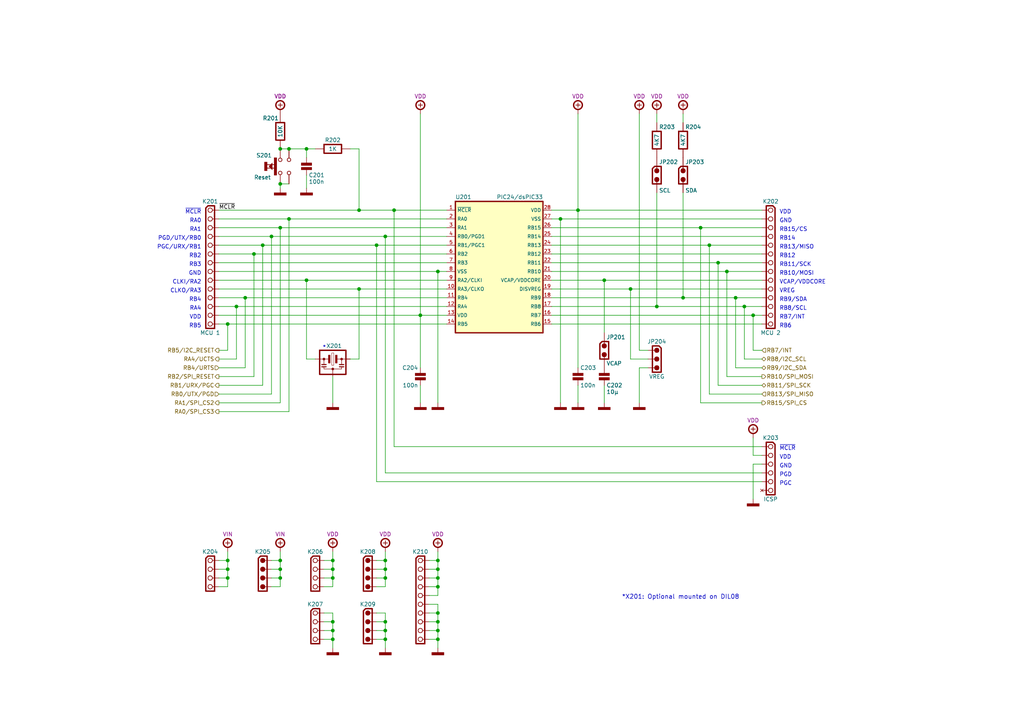
<source format=kicad_sch>
(kicad_sch (version 20230121) (generator eeschema)
  (paper "A4")
  (title_block (title "MCU") (date "01/2022") (rev "A") (comment 1 "PIC16-Bit Trainer"))
  (lib_symbols
    (symbol "tronixio:CK-KSA" (pin_numbers hide) (pin_names (offset 0) hide)
      (property "Reference" "S" (at 0 8.89 0))
      (property "Value" "CK-KSA" (at 0 6.35 0))
      (symbol "CK-KSA_0_1"
        (rectangle (start -2.54 1.778) (end 2.54 1.016) (stroke (width 0.001)) (fill (type outline)))
        (circle (center -1.905 -2.54) (radius 0.508) (stroke (width 0.2)))
        (circle (center -1.905 0) (radius 0.508) (stroke (width 0.2)))
        (rectangle (start -1.27 4.572) (end 1.27 3.81) (stroke (width 0.001)) (fill (type outline)))
        (polyline (pts (xy -0.508 1.778) (xy -0.508 3.81)) (stroke (width 0.2)))
        (polyline (pts (xy 0.508 1.778) (xy 0.508 3.81)) (stroke (width 0.2)))
        (polyline (pts (xy -1.016 2.286) (xy 1.016 2.286) (xy 0 3.302) (xy -1.016 2.286)) (stroke (width 0.001)) (fill (type outline)))
        (circle (center 1.905 -2.54) (radius 0.508) (stroke (width 0.2)))
        (circle (center 1.905 0) (radius 0.508) (stroke (width 0.2)))
        (pin passive line (at -5.08 0 0) (length 2.54) (name "1") (number "1"))
        (pin passive line (at -5.08 -2.54 0) (length 2.54) (name "2") (number "2"))
        (pin passive line (at 5.08 0 180) (length 2.54) (name "3") (number "3"))
        (pin passive line (at 5.08 -2.54 180) (length 2.54) (name "4") (number "4"))
      )
    )
    (symbol "tronixio:HARWIN-254-F-1X04-VERTICAL" (pin_numbers hide) (pin_names (offset 0) hide)
      (property "Reference" "K" (at 0 2.54 0))
      (property "Value" "HARWIN-254-F-1X04-VERTICAL" (at 0 -10.16 0))
      (symbol "HARWIN-254-F-1X04-VERTICAL_0_1"
        (circle (center 0 -7.62) (radius 0.635) (stroke (width 0.2)))
        (circle (center 0 -5.08) (radius 0.635) (stroke (width 0.2)))
        (circle (center 0 -2.54) (radius 0.635) (stroke (width 0.2)))
        (polyline (pts (xy -1.27 -8.89) (xy 1.27 -8.89) (xy 1.27 0.635) (xy 0.635 1.27) (xy -1.27 1.27) (xy -1.27 -8.89)) (stroke (width 0.4)))
        (circle (center 0 0) (radius 0.635) (stroke (width 0.2)))
      )
      (symbol "HARWIN-254-F-1X04-VERTICAL_1_1"
        (pin passive line (at -2.54 0 0) (length 1.905) (name "1") (number "1"))
        (pin passive line (at -2.54 -2.54 0) (length 1.905) (name "2") (number "2"))
        (pin passive line (at -2.54 -5.08 0) (length 1.905) (name "3") (number "3"))
        (pin passive line (at -2.54 -7.62 0) (length 1.905) (name "4") (number "4"))
      )
    )
    (symbol "tronixio:HARWIN-254-F-1X10-VERTICAL" (pin_numbers hide) (pin_names (offset 0) hide)
      (property "Reference" "K" (at 0 2.54 0))
      (property "Value" "HARWIN-254-F-1X10-VERTICAL" (at 0 -25.4 0))
      (symbol "HARWIN-254-F-1X10-VERTICAL_0_1"
        (circle (center 0 -22.86) (radius 0.635) (stroke (width 0.2)))
        (circle (center 0 -20.32) (radius 0.635) (stroke (width 0.2)))
        (circle (center 0 -17.78) (radius 0.635) (stroke (width 0.2)))
        (circle (center 0 -15.24) (radius 0.635) (stroke (width 0.2)))
        (circle (center 0 -12.7) (radius 0.635) (stroke (width 0.2)))
        (circle (center 0 -10.16) (radius 0.635) (stroke (width 0.2)))
        (circle (center 0 -7.62) (radius 0.635) (stroke (width 0.2)))
        (circle (center 0 -5.08) (radius 0.635) (stroke (width 0.2)))
        (circle (center 0 -2.54) (radius 0.635) (stroke (width 0.2)))
        (polyline (pts (xy -1.27 -24.13) (xy 1.27 -24.13) (xy 1.27 0.635) (xy 0.635 1.27) (xy -1.27 1.27) (xy -1.27 -24.13)) (stroke (width 0.4)))
        (circle (center 0 0) (radius 0.635) (stroke (width 0.2)))
      )
      (symbol "HARWIN-254-F-1X10-VERTICAL_1_1"
        (pin passive line (at -2.54 0 0) (length 1.905) (name "Pin_1") (number "1"))
        (pin passive line (at -2.54 -22.86 0) (length 1.905) (name "Pin_10") (number "10"))
        (pin passive line (at -2.54 -2.54 0) (length 1.905) (name "Pin_2") (number "2"))
        (pin passive line (at -2.54 -5.08 0) (length 1.905) (name "Pin_3") (number "3"))
        (pin passive line (at -2.54 -7.62 0) (length 1.905) (name "Pin_4") (number "4"))
        (pin passive line (at -2.54 -10.16 0) (length 1.905) (name "Pin_5") (number "5"))
        (pin passive line (at -2.54 -12.7 0) (length 1.905) (name "Pin_6") (number "6"))
        (pin passive line (at -2.54 -15.24 0) (length 1.905) (name "Pin_7") (number "7"))
        (pin passive line (at -2.54 -17.78 0) (length 1.905) (name "Pin_8") (number "8"))
        (pin passive line (at -2.54 -20.32 0) (length 1.905) (name "Pin_9") (number "9"))
      )
    )
    (symbol "tronixio:HARWIN-254-F-1X14-VERTICAL" (pin_numbers hide) (pin_names (offset 0) hide)
      (property "Reference" "K" (at 0 2.54 0))
      (property "Value" "HARWIN-254-F-1X14-VERTICAL" (at 0 -35.56 0))
      (symbol "HARWIN-254-F-1X14-VERTICAL_0_1"
        (circle (center 0 -33.02) (radius 0.635) (stroke (width 0.2)))
        (circle (center 0 -30.48) (radius 0.635) (stroke (width 0.2)))
        (circle (center 0 -27.94) (radius 0.635) (stroke (width 0.2)))
        (circle (center 0 -25.4) (radius 0.635) (stroke (width 0.2)))
        (circle (center 0 -22.86) (radius 0.635) (stroke (width 0.2)))
        (circle (center 0 -20.32) (radius 0.635) (stroke (width 0.2)))
        (circle (center 0 -17.78) (radius 0.635) (stroke (width 0.2)))
        (circle (center 0 -15.24) (radius 0.635) (stroke (width 0.2)))
        (circle (center 0 -12.7) (radius 0.635) (stroke (width 0.2)))
        (circle (center 0 -10.16) (radius 0.635) (stroke (width 0.2)))
        (circle (center 0 -7.62) (radius 0.635) (stroke (width 0.2)))
        (circle (center 0 -5.08) (radius 0.635) (stroke (width 0.2)))
        (circle (center 0 -2.54) (radius 0.635) (stroke (width 0.2)))
        (polyline (pts (xy -1.27 -34.29) (xy 1.27 -34.29) (xy 1.27 0.635) (xy 0.635 1.27) (xy -1.27 1.27) (xy -1.27 -34.29)) (stroke (width 0.4)))
        (circle (center 0 0) (radius 0.635) (stroke (width 0.2)))
      )
      (symbol "HARWIN-254-F-1X14-VERTICAL_1_1"
        (pin passive line (at -2.54 0 0) (length 1.905) (name "Pin_1") (number "1"))
        (pin passive line (at -2.54 -22.86 0) (length 1.905) (name "Pin_10") (number "10"))
        (pin passive line (at -2.54 -25.4 0) (length 1.905) (name "Pin_11") (number "11"))
        (pin passive line (at -2.54 -27.94 0) (length 1.905) (name "Pin_12") (number "12"))
        (pin passive line (at -2.54 -30.48 0) (length 1.905) (name "Pin_13") (number "13"))
        (pin passive line (at -2.54 -33.02 0) (length 1.905) (name "Pin_14") (number "14"))
        (pin passive line (at -2.54 -2.54 0) (length 1.905) (name "Pin_2") (number "2"))
        (pin passive line (at -2.54 -5.08 0) (length 1.905) (name "Pin_3") (number "3"))
        (pin passive line (at -2.54 -7.62 0) (length 1.905) (name "Pin_4") (number "4"))
        (pin passive line (at -2.54 -10.16 0) (length 1.905) (name "Pin_5") (number "5"))
        (pin passive line (at -2.54 -12.7 0) (length 1.905) (name "Pin_6") (number "6"))
        (pin passive line (at -2.54 -15.24 0) (length 1.905) (name "Pin_7") (number "7"))
        (pin passive line (at -2.54 -17.78 0) (length 1.905) (name "Pin_8") (number "8"))
        (pin passive line (at -2.54 -20.32 0) (length 1.905) (name "Pin_9") (number "9"))
      )
    )
    (symbol "tronixio:HARWIN-254-M-1X02-JUMPER-HORIZONTAL" (pin_numbers hide) (pin_names (offset 0) hide)
      (property "Reference" "JP" (at 2.54 0 0))
      (property "Value" "HARWIN-254-M-1X02-JUMPER-HORIZONTAL" (at 2.54 -2.54 0))
      (symbol "HARWIN-254-M-1X02-JUMPER-HORIZONTAL_0_1"
        (circle (center 0 -1.27) (radius 0.635) (stroke (width 0.2)) (fill (type outline)))
        (polyline (pts (xy -1.27 -2.54) (xy 1.27 -2.54) (xy 1.27 1.905) (xy 0.635 2.54) (xy -1.27 2.54) (xy -1.27 -2.54)) (stroke (width 0.4)))
        (circle (center 0 1.27) (radius 0.635) (stroke (width 0.2)) (fill (type outline)))
      )
      (symbol "HARWIN-254-M-1X02-JUMPER-HORIZONTAL_1_1"
        (pin passive line (at 0 5.08 270) (length 3.175) (name "~") (number "1"))
        (pin passive line (at 0 -5.08 90) (length 3.175) (name "~") (number "2"))
      )
    )
    (symbol "tronixio:HARWIN-254-M-1X02-JUMPER-VERTICAL" (pin_numbers hide) (pin_names (offset 0) hide)
      (property "Reference" "JP" (at 2.54 0 0))
      (property "Value" "HARWIN-254-M-1X02-JUMPER-VERTICAL" (at 2.54 -2.54 0))
      (symbol "HARWIN-254-M-1X02-JUMPER-VERTICAL_0_1"
        (circle (center 0 -1.27) (radius 0.635) (stroke (width 0.2)) (fill (type outline)))
        (polyline (pts (xy -1.27 -2.54) (xy 1.27 -2.54) (xy 1.27 1.905) (xy 0.635 2.54) (xy -1.27 2.54) (xy -1.27 -2.54)) (stroke (width 0.4)))
        (circle (center 0 1.27) (radius 0.635) (stroke (width 0.2)) (fill (type outline)))
      )
      (symbol "HARWIN-254-M-1X02-JUMPER-VERTICAL_1_1"
        (pin passive line (at 0 5.08 270) (length 3.175) (name "~") (number "1"))
        (pin passive line (at 0 -5.08 90) (length 3.175) (name "~") (number "2"))
      )
    )
    (symbol "tronixio:HARWIN-254-M-1X03-RIGHT-ANGLE" (pin_numbers hide) (pin_names (offset 0) hide)
      (property "Reference" "K" (at 0 2.54 0))
      (property "Value" "HARWIN-254-M-1X03-RIGHT-ANGLE" (at 0 -7.62 0))
      (symbol "HARWIN-254-M-1X03-RIGHT-ANGLE_0_1"
        (circle (center 0 -5.08) (radius 0.635) (stroke (width 0.2)) (fill (type outline)))
        (circle (center 0 -2.54) (radius 0.635) (stroke (width 0.2)) (fill (type outline)))
        (polyline (pts (xy -1.27 -6.35) (xy 1.27 -6.35) (xy 1.27 0.635) (xy 0.635 1.27) (xy -1.27 1.27) (xy -1.27 -6.35)) (stroke (width 0.4)))
        (circle (center 0 0) (radius 0.635) (stroke (width 0.2)) (fill (type outline)))
      )
      (symbol "HARWIN-254-M-1X03-RIGHT-ANGLE_1_1"
        (pin passive line (at -2.54 0 0) (length 1.905) (name "1") (number "1"))
        (pin passive line (at -2.54 -2.54 0) (length 1.905) (name "2") (number "2"))
        (pin passive line (at -2.54 -5.08 0) (length 1.905) (name "3") (number "3"))
      )
    )
    (symbol "tronixio:HARWIN-254-M-1X04-VERTICAL" (pin_numbers hide) (pin_names (offset 0) hide)
      (property "Reference" "K" (at 0 2.54 0))
      (property "Value" "HARWIN-254-M-1X04-VERTICAL" (at 0 -10.16 0))
      (symbol "HARWIN-254-M-1X04-VERTICAL_0_1"
        (circle (center 0 -7.62) (radius 0.635) (stroke (width 0.2)) (fill (type outline)))
        (circle (center 0 -5.08) (radius 0.635) (stroke (width 0.2)) (fill (type outline)))
        (circle (center 0 -2.54) (radius 0.635) (stroke (width 0.2)) (fill (type outline)))
        (polyline (pts (xy -1.27 -8.89) (xy 1.27 -8.89) (xy 1.27 0.635) (xy 0.635 1.27) (xy -1.27 1.27) (xy -1.27 -8.89)) (stroke (width 0.4)))
        (circle (center 0 0) (radius 0.635) (stroke (width 0.2)) (fill (type outline)))
      )
      (symbol "HARWIN-254-M-1X04-VERTICAL_1_1"
        (pin passive line (at -2.54 0 0) (length 1.905) (name "1") (number "1"))
        (pin passive line (at -2.54 -2.54 0) (length 1.905) (name "2") (number "2"))
        (pin passive line (at -2.54 -5.08 0) (length 1.905) (name "3") (number "3"))
        (pin passive line (at -2.54 -7.62 0) (length 1.905) (name "4") (number "4"))
      )
    )
    (symbol "tronixio:KEMET-C315-0254-100N-50V-20P" (pin_numbers hide) (pin_names (offset 0) hide)
      (property "Reference" "C" (at 1.27 2.54 0))
      (property "Value" "KEMET-C315-0254-100N-50V-20P" (at 1.27 -2.54 0))
      (symbol "KEMET-C315-0254-100N-50V-20P_0_1"
        (rectangle (start -1.524 -0.254) (end 1.524 -1.016) (stroke (width 0.001)) (fill (type outline)))
        (rectangle (start -1.524 1.016) (end 1.524 0.254) (stroke (width 0.001)) (fill (type outline)))
      )
      (symbol "KEMET-C315-0254-100N-50V-20P_1_1"
        (pin passive line (at 0 2.54 270) (length 1.905) (name "~") (number "1"))
        (pin passive line (at 0 -2.54 90) (length 1.905) (name "~") (number "2"))
      )
    )
    (symbol "tronixio:KEMET-C322-0508-10U-25V-10P" (pin_numbers hide) (pin_names (offset 0) hide)
      (property "Reference" "C" (at 1.27 2.54 0))
      (property "Value" "KEMET-C322-0508-10U-25V-10P" (at 1.27 -2.54 0))
      (symbol "KEMET-C322-0508-10U-25V-10P_0_1"
        (rectangle (start -1.524 -0.254) (end 1.524 -1.016) (stroke (width 0.001)) (fill (type outline)))
        (rectangle (start -1.524 1.016) (end 1.524 0.254) (stroke (width 0.001)) (fill (type outline)))
      )
      (symbol "KEMET-C322-0508-10U-25V-10P_1_1"
        (pin passive line (at 0 2.54 270) (length 1.905) (name "~") (number "1"))
        (pin passive line (at 0 -2.54 90) (length 1.905) (name "~") (number "2"))
      )
    )
    (symbol "tronixio:MICROCHIP-ICSP-F-1X06" (pin_numbers hide) (pin_names (offset 0) hide)
      (property "Reference" "K" (at 0 2.54 0))
      (property "Value" "ICSP" (at 0 -15.24 0))
      (symbol "MICROCHIP-ICSP-F-1X06_0_1"
        (circle (center 0 -12.7) (radius 0.635) (stroke (width 0.2)))
        (circle (center 0 -10.16) (radius 0.635) (stroke (width 0.2)))
        (circle (center 0 -7.62) (radius 0.635) (stroke (width 0.2)))
        (circle (center 0 -5.08) (radius 0.635) (stroke (width 0.2)))
        (circle (center 0 -2.54) (radius 0.635) (stroke (width 0.2)))
        (polyline (pts (xy -1.27 -13.97) (xy 1.27 -13.97) (xy 1.27 0.635) (xy 0.635 1.27) (xy -1.27 1.27) (xy -1.27 -13.97)) (stroke (width 0.4)))
        (circle (center 0 0) (radius 0.635) (stroke (width 0.2)))
      )
      (symbol "MICROCHIP-ICSP-F-1X06_1_1"
        (pin no_connect line (at -2.54 -12.7 0) (length 1.905) (name "1") (number "1"))
        (pin passive line (at -2.54 -10.16 0) (length 1.905) (name "2") (number "2"))
        (pin passive line (at -2.54 -7.62 0) (length 1.905) (name "3") (number "3"))
        (pin passive line (at -2.54 -5.08 0) (length 1.905) (name "4") (number "4"))
        (pin passive line (at -2.54 -2.54 0) (length 1.905) (name "5") (number "5"))
        (pin passive line (at -2.54 0 0) (length 1.905) (name "6") (number "6"))
      )
    )
    (symbol "tronixio:POWER-GND" (power) (pin_numbers hide) (pin_names (offset 0) hide)
      (symbol "POWER-GND_0_1"
        (rectangle (start -1.778 -2.032) (end 1.778 -1.27) (stroke (width 0.001)) (fill (type outline)))
      )
      (symbol "POWER-GND_1_1"
        (pin power_in line (at 0 0 270) (length 1.27) (name "GND") (number "1"))
      )
    )
    (symbol "tronixio:POWER-VDD" (power) (pin_numbers hide) (pin_names (offset 0) hide)
      (property "Name" "VDD" (at 0 5.08 0))
      (symbol "POWER-VDD_0_1"
        (polyline (pts (xy -0.635 2.54) (xy 0.635 2.54)) (stroke (width 0.2)))
        (polyline (pts (xy 0 1.905) (xy 0 3.175)) (stroke (width 0.2)))
        (circle (center 0 2.54) (radius 1.27) (stroke (width 0.4)))
      )
      (symbol "POWER-VDD_1_1"
        (pin power_in line (at 0 0 90) (length 1.27) (name "VDD") (number "1"))
      )
    )
    (symbol "tronixio:POWER-VIN" (power) (pin_numbers hide) (pin_names (offset 0) hide)
      (property "Name" "VIN" (at 0 5.08 0))
      (symbol "POWER-VIN_0_1"
        (polyline (pts (xy -0.635 2.54) (xy 0.635 2.54)) (stroke (width 0.2)))
        (polyline (pts (xy 0 1.905) (xy 0 3.175)) (stroke (width 0.2)))
        (circle (center 0 2.54) (radius 1.27) (stroke (width 0.4)))
      )
      (symbol "POWER-VIN_1_1"
        (pin power_in line (at 0 0 90) (length 1.27) (name "VIN") (number "1"))
      )
    )
    (symbol "tronixio:RESISTOR-1016TH-10K" (pin_numbers hide) (pin_names (offset 0) hide)
      (property "Reference" "R" (at 2.54 1.27 0))
      (property "Value" "RESISTOR-1016TH-10K" (at 2.54 -1.27 0))
      (symbol "RESISTOR-1016TH-10K_0_1"
        (rectangle (start -1.27 -2.54) (end 1.27 2.54) (stroke (width 0.4)))
      )
      (symbol "RESISTOR-1016TH-10K_1_1"
        (pin passive line (at 0 5.08 270) (length 2.54) (name "~") (number "1"))
        (pin passive line (at 0 -5.08 90) (length 2.54) (name "~") (number "2"))
      )
    )
    (symbol "tronixio:RESISTOR-1016TH-1K" (pin_numbers hide) (pin_names (offset 0) hide)
      (property "Reference" "R" (at 2.54 1.27 0))
      (property "Value" "1K" (at 0 0 90))
      (symbol "RESISTOR-1016TH-1K_0_1"
        (rectangle (start -1.27 -2.54) (end 1.27 2.54) (stroke (width 0.4)))
      )
      (symbol "RESISTOR-1016TH-1K_1_1"
        (pin passive line (at 0 5.08 270) (length 2.54) (name "~") (number "1"))
        (pin passive line (at 0 -5.08 90) (length 2.54) (name "~") (number "2"))
      )
    )
    (symbol "tronixio:RESISTOR-1016TH-4K7" (pin_numbers hide) (pin_names (offset 0) hide)
      (property "Reference" "R" (at 2.54 1.27 0))
      (property "Value" "RESISTOR-1016TH-4K7" (at 2.54 -1.27 0))
      (symbol "RESISTOR-1016TH-4K7_0_1"
        (rectangle (start -1.27 -2.54) (end 1.27 2.54) (stroke (width 0.4)))
      )
      (symbol "RESISTOR-1016TH-4K7_1_1"
        (pin passive line (at 0 5.08 270) (length 2.54) (name "~") (number "1"))
        (pin passive line (at 0 -5.08 90) (length 2.54) (name "~") (number "2"))
      )
    )
    (symbol "tronixio:SYMBOL-PIC16BIT-SPDIP-28" (pin_names (offset 0.5))
      (property "Reference" "U" (at 15.24 3.81 0))
      (property "Value" "SYMBOL-PIC16BIT-SPDIP-28" (at 15.24 -36.83 0))
      (symbol "SYMBOL-PIC16BIT-SPDIP-28_0_1"
        (rectangle (start 2.54 -35.56) (end 27.94 2.54) (stroke (width 0.4)) (fill (type background)))
      )
      (symbol "SYMBOL-PIC16BIT-SPDIP-28_1_1"
        (pin input line (at 0 0 0) (length 2.54) (name "~{MCLR}") (number "1"))
        (pin bidirectional line (at 0 -22.86 0) (length 2.54) (name "RA3/CLKO") (number "10"))
        (pin bidirectional line (at 0 -25.4 0) (length 2.54) (name "RB4") (number "11"))
        (pin bidirectional line (at 0 -27.94 0) (length 2.54) (name "RA4") (number "12"))
        (pin power_in line (at 0 -30.48 0) (length 2.54) (name "VDD") (number "13"))
        (pin bidirectional line (at 0 -33.02 0) (length 2.54) (name "RB5") (number "14"))
        (pin bidirectional line (at 30.48 -33.02 180) (length 2.54) (name "RB6") (number "15"))
        (pin bidirectional line (at 30.48 -30.48 180) (length 2.54) (name "RB7") (number "16"))
        (pin bidirectional line (at 30.48 -27.94 180) (length 2.54) (name "RB8") (number "17"))
        (pin bidirectional line (at 30.48 -25.4 180) (length 2.54) (name "RB9") (number "18"))
        (pin passive line (at 30.48 -22.86 180) (length 2.54) (name "DISVREG") (number "19"))
        (pin bidirectional line (at 0 -2.54 0) (length 2.54) (name "RA0") (number "2"))
        (pin passive line (at 30.48 -20.32 180) (length 2.54) (name "VCAP/VDDCORE") (number "20"))
        (pin bidirectional line (at 30.48 -17.78 180) (length 2.54) (name "RB10") (number "21"))
        (pin bidirectional line (at 30.48 -15.24 180) (length 2.54) (name "RB11") (number "22"))
        (pin bidirectional line (at 30.48 -12.7 180) (length 2.54) (name "RB12") (number "23"))
        (pin bidirectional line (at 30.48 -10.16 180) (length 2.54) (name "RB13") (number "24"))
        (pin bidirectional line (at 30.48 -7.62 180) (length 2.54) (name "RB14") (number "25"))
        (pin bidirectional line (at 30.48 -5.08 180) (length 2.54) (name "RB15") (number "26"))
        (pin power_in line (at 30.48 -2.54 180) (length 2.54) (name "VSS") (number "27"))
        (pin power_in line (at 30.48 0 180) (length 2.54) (name "VDD") (number "28"))
        (pin bidirectional line (at 0 -5.08 0) (length 2.54) (name "RA1") (number "3"))
        (pin bidirectional line (at 0 -7.62 0) (length 2.54) (name "RB0/PGD1") (number "4"))
        (pin bidirectional line (at 0 -10.16 0) (length 2.54) (name "RB1/PGC1") (number "5"))
        (pin bidirectional line (at 0 -12.7 0) (length 2.54) (name "RB2") (number "6"))
        (pin bidirectional line (at 0 -15.24 0) (length 2.54) (name "RB3") (number "7"))
        (pin power_in line (at 0 -17.78 0) (length 2.54) (name "VSS") (number "8"))
        (pin bidirectional line (at 0 -20.32 0) (length 2.54) (name "RA2/CLKI") (number "9"))
      )
    )
    (symbol "tronixio:XTAL-DIL08" (pin_numbers hide) (pin_names (offset 0) hide)
      (property "Reference" "X" (at 0 6.35 0))
      (property "Value" "XTAL-DIL08" (at 0 3.81 0))
      (symbol "XTAL-DIL08_0_1"
        (rectangle (start -3.81 2.54) (end 3.81 -4.445) (stroke (width 0.4)))
        (circle (center -2.56 0) (radius 0.32) (stroke (width 0.1)) (fill (type outline)))
        (rectangle (start -1.27 1.1684) (end -0.762 -1.1684) (stroke (width 0.1)) (fill (type outline)))
        (rectangle (start -0.3048 1.778) (end 0.3048 -1.778) (stroke (width 0.1)))
        (circle (center 0 -2.88) (radius 0.32) (stroke (width 0.1)) (fill (type outline)))
        (polyline (pts (xy -3.84 0) (xy -1.28 0)) (stroke (width 0.1524)))
        (polyline (pts (xy -3.2 -2.24) (xy -1.92 -2.24)) (stroke (width 0.3)))
        (polyline (pts (xy -3.2 -1.6) (xy -1.92 -1.6)) (stroke (width 0.3)))
        (polyline (pts (xy -2.56 -1.6) (xy -2.56 0)) (stroke (width 0.1524)))
        (polyline (pts (xy 0 -3.84) (xy 0 -2.88)) (stroke (width 0.1524)))
        (polyline (pts (xy 1.28 0) (xy 3.84 0)) (stroke (width 0.1524)))
        (polyline (pts (xy 1.92 -2.24) (xy 3.19 -2.24)) (stroke (width 0.3)))
        (polyline (pts (xy 1.92 -1.6) (xy 3.19 -1.6)) (stroke (width 0.3)))
        (polyline (pts (xy 2.56 -1.6) (xy 2.56 0)) (stroke (width 0.1524)))
        (polyline (pts (xy -2.56 -2.24) (xy -2.56 -2.88) (xy 2.56 -2.88) (xy 2.56 -2.24)) (stroke (width 0.1524)))
        (rectangle (start 0.762 1.1684) (end 1.27 -1.1684) (stroke (width 0.1)) (fill (type outline)))
        (circle (center 2.56 0) (radius 0.32) (stroke (width 0.1)) (fill (type outline)))
      )
      (symbol "XTAL-DIL08_1_1"
        (pin passive line (at 0 -5.08 90) (length 1.27) (name "1") (number "1"))
        (pin passive line (at 0 -5.08 90) (length 1.27) hide (name "2") (number "2"))
        (pin passive line (at -5.08 0 0) (length 1.27) (name "3") (number "3"))
        (pin passive line (at -5.08 0 0) (length 1.27) hide (name "4") (number "4"))
        (pin passive line (at 5.08 0 180) (length 1.27) (name "5") (number "5"))
        (pin passive line (at 5.08 0 180) (length 1.27) (name "6") (number "6"))
        (pin passive line (at 0 -5.08 90) (length 1.27) hide (name "7") (number "7"))
        (pin passive line (at 0 -5.08 90) (length 1.27) hide (name "8") (number "8"))
      )
    )
  )
  (junction (at 111.76 182.88))
  (junction (at 175.26 81.28))
  (junction (at 218.44 91.44))
  (junction (at 81.28 43.18))
  (junction (at 71.12 86.36))
  (junction (at 127 185.42))
  (junction (at 167.64 60.96))
  (junction (at 109.22 71.12))
  (junction (at 73.66 73.66))
  (junction (at 127 180.34))
  (junction (at 96.52 165.1))
  (junction (at 127 165.1))
  (junction (at 111.76 68.58))
  (junction (at 162.56 63.5))
  (junction (at 127 167.64))
  (junction (at 111.76 185.42))
  (junction (at 127 170.18))
  (junction (at 96.52 185.42))
  (junction (at 68.58 88.9))
  (junction (at 198.12 86.36))
  (junction (at 83.82 43.18))
  (junction (at 111.76 165.1))
  (junction (at 205.74 71.12))
  (junction (at 182.88 83.82))
  (junction (at 104.14 60.96))
  (junction (at 88.9 81.28))
  (junction (at 81.28 66.04))
  (junction (at 66.04 162.56))
  (junction (at 81.28 53.34))
  (junction (at 215.9 88.9))
  (junction (at 210.82 78.74))
  (junction (at 66.04 167.64))
  (junction (at 76.2 71.12))
  (junction (at 96.52 180.34))
  (junction (at 213.36 86.36))
  (junction (at 127 182.88))
  (junction (at 96.52 162.56))
  (junction (at 81.28 165.1))
  (junction (at 81.28 167.64))
  (junction (at 104.14 83.82))
  (junction (at 96.52 182.88))
  (junction (at 127 162.56))
  (junction (at 66.04 93.98))
  (junction (at 127 78.74))
  (junction (at 83.82 63.5))
  (junction (at 203.2 66.04))
  (junction (at 111.76 180.34))
  (junction (at 111.76 162.56))
  (junction (at 114.3 60.96))
  (junction (at 81.28 162.56))
  (junction (at 208.28 76.2))
  (junction (at 121.92 91.44))
  (junction (at 96.52 167.64))
  (junction (at 66.04 165.1))
  (junction (at 190.5 88.9))
  (junction (at 111.76 167.64))
  (junction (at 78.74 68.58))
  (junction (at 127 177.8))
  (junction (at 88.9 43.18) (diameter 0.9144))
  (wire (pts (xy 124.46 182.88) (xy 127 182.88)))
  (wire (pts (xy 182.88 83.82) (xy 220.98 83.82)))
  (wire (pts (xy 63.5 162.56) (xy 66.04 162.56)))
  (wire (pts (xy 71.12 106.68) (xy 71.12 86.36)))
  (wire (pts (xy 114.3 129.54) (xy 220.98 129.54)))
  (wire (pts (xy 66.04 162.56) (xy 66.04 160.02)))
  (wire (pts (xy 88.9 81.28) (xy 129.54 81.28)))
  (wire (pts (xy 160.02 68.58) (xy 220.98 68.58)))
  (wire (pts (xy 88.9 43.18) (xy 83.82 43.18)))
  (wire (pts (xy 208.28 76.2) (xy 208.28 111.76)))
  (wire (pts (xy 124.46 185.42) (xy 127 185.42)))
  (wire (pts (xy 124.46 170.18) (xy 127 170.18)))
  (wire (pts (xy 124.46 162.56) (xy 127 162.56)))
  (wire (pts (xy 160.02 83.82) (xy 182.88 83.82)))
  (wire (pts (xy 96.52 109.22) (xy 96.52 116.84)))
  (wire (pts (xy 93.98 180.34) (xy 96.52 180.34)))
  (wire (pts (xy 127 78.74) (xy 127 116.84)))
  (wire (pts (xy 93.98 162.56) (xy 96.52 162.56)))
  (wire (pts (xy 127 180.34) (xy 127 182.88)))
  (wire (pts (xy 96.52 167.64) (xy 96.52 165.1)))
  (wire (pts (xy 187.96 101.6) (xy 185.42 101.6)))
  (wire (pts (xy 96.52 180.34) (xy 96.52 182.88)))
  (wire (pts (xy 218.44 101.6) (xy 218.44 91.44)))
  (wire (pts (xy 63.5 170.18) (xy 66.04 170.18)))
  (wire (pts (xy 203.2 116.84) (xy 220.98 116.84)))
  (wire (pts (xy 83.82 63.5) (xy 129.54 63.5)))
  (wire (pts (xy 114.3 60.96) (xy 129.54 60.96)))
  (wire (pts (xy 218.44 91.44) (xy 220.98 91.44)))
  (wire (pts (xy 190.5 88.9) (xy 215.9 88.9)))
  (wire (pts (xy 81.28 167.64) (xy 81.28 165.1)))
  (wire (pts (xy 63.5 116.84) (xy 81.28 116.84)))
  (wire (pts (xy 63.5 106.68) (xy 71.12 106.68)))
  (wire (pts (xy 127 182.88) (xy 127 185.42)))
  (wire (pts (xy 93.98 182.88) (xy 96.52 182.88)))
  (wire (pts (xy 83.82 119.38) (xy 83.82 63.5)))
  (wire (pts (xy 111.76 182.88) (xy 111.76 185.42)))
  (wire (pts (xy 205.74 114.3) (xy 220.98 114.3)))
  (wire (pts (xy 96.52 165.1) (xy 96.52 162.56)))
  (wire (pts (xy 66.04 165.1) (xy 66.04 162.56)))
  (wire (pts (xy 63.5 101.6) (xy 66.04 101.6)))
  (wire (pts (xy 81.28 53.34) (xy 83.82 53.34)))
  (wire (pts (xy 121.92 91.44) (xy 129.54 91.44)))
  (wire (pts (xy 63.5 76.2) (xy 129.54 76.2)))
  (wire (pts (xy 215.9 104.14) (xy 215.9 88.9)))
  (wire (pts (xy 208.28 76.2) (xy 220.98 76.2)))
  (wire (pts (xy 160.02 66.04) (xy 203.2 66.04)))
  (wire (pts (xy 160.02 78.74) (xy 210.82 78.74)))
  (wire (pts (xy 124.46 177.8) (xy 127 177.8)))
  (wire (pts (xy 111.76 185.42) (xy 111.76 187.96)))
  (wire (pts (xy 93.98 167.64) (xy 96.52 167.64)))
  (wire (pts (xy 190.5 55.88) (xy 190.5 88.9)))
  (wire (pts (xy 167.64 60.96) (xy 167.64 106.68)))
  (wire (pts (xy 210.82 109.22) (xy 210.82 78.74)))
  (wire (pts (xy 109.22 71.12) (xy 129.54 71.12)))
  (wire (pts (xy 205.74 114.3) (xy 205.74 71.12)))
  (wire (pts (xy 124.46 167.64) (xy 127 167.64)))
  (wire (pts (xy 127 165.1) (xy 127 162.56)))
  (wire (pts (xy 109.22 180.34) (xy 111.76 180.34)))
  (wire (pts (xy 104.14 60.96) (xy 114.3 60.96)))
  (wire (pts (xy 127 162.56) (xy 127 160.02)))
  (wire (pts (xy 175.26 81.28) (xy 175.26 96.52)))
  (wire (pts (xy 111.76 180.34) (xy 111.76 182.88)))
  (wire (pts (xy 127 177.8) (xy 127 180.34)))
  (wire (pts (xy 111.76 162.56) (xy 111.76 160.02)))
  (wire (pts (xy 124.46 175.26) (xy 127 175.26)))
  (wire (pts (xy 124.46 180.34) (xy 127 180.34)))
  (wire (pts (xy 104.14 83.82) (xy 104.14 104.14)))
  (wire (pts (xy 187.96 106.68) (xy 185.42 106.68)))
  (wire (pts (xy 81.28 43.18) (xy 83.82 43.18)))
  (wire (pts (xy 160.02 63.5) (xy 162.56 63.5)))
  (wire (pts (xy 68.58 88.9) (xy 129.54 88.9)))
  (wire (pts (xy 63.5 119.38) (xy 83.82 119.38)))
  (wire (pts (xy 215.9 88.9) (xy 220.98 88.9)))
  (wire (pts (xy 160.02 88.9) (xy 190.5 88.9)))
  (wire (pts (xy 160.02 71.12) (xy 205.74 71.12)))
  (wire (pts (xy 96.52 170.18) (xy 96.52 167.64)))
  (wire (pts (xy 111.76 170.18) (xy 111.76 167.64)))
  (wire (pts (xy 76.2 71.12) (xy 109.22 71.12)))
  (wire (pts (xy 63.5 109.22) (xy 73.66 109.22)))
  (wire (pts (xy 198.12 55.88) (xy 198.12 86.36)))
  (wire (pts (xy 91.44 104.14) (xy 88.9 104.14)))
  (wire (pts (xy 127 170.18) (xy 127 167.64)))
  (wire (pts (xy 81.28 53.34) (xy 81.28 54.61)))
  (wire (pts (xy 66.04 170.18) (xy 66.04 167.64)))
  (wire (pts (xy 88.9 81.28) (xy 88.9 104.14)))
  (wire (pts (xy 109.22 170.18) (xy 111.76 170.18)))
  (wire (pts (xy 78.74 68.58) (xy 78.74 114.3)))
  (wire (pts (xy 160.02 91.44) (xy 218.44 91.44)))
  (wire (pts (xy 162.56 63.5) (xy 220.98 63.5)))
  (wire (pts (xy 109.22 139.7) (xy 109.22 71.12)))
  (wire (pts (xy 63.5 81.28) (xy 88.9 81.28)))
  (wire (pts (xy 88.9 50.8) (xy 88.9 54.61)))
  (wire (pts (xy 63.5 167.64) (xy 66.04 167.64)))
  (wire (pts (xy 111.76 167.64) (xy 111.76 165.1)))
  (wire (pts (xy 109.22 167.64) (xy 111.76 167.64)))
  (wire (pts (xy 71.12 86.36) (xy 129.54 86.36)))
  (wire (pts (xy 160.02 86.36) (xy 198.12 86.36)))
  (wire (pts (xy 81.28 116.84) (xy 81.28 66.04)))
  (wire (pts (xy 160.02 73.66) (xy 220.98 73.66)))
  (wire (pts (xy 93.98 177.8) (xy 96.52 177.8)))
  (wire (pts (xy 66.04 93.98) (xy 129.54 93.98)))
  (wire (pts (xy 210.82 78.74) (xy 220.98 78.74)))
  (wire (pts (xy 208.28 111.76) (xy 220.98 111.76)))
  (wire (pts (xy 190.5 33.02) (xy 190.5 35.56)))
  (wire (pts (xy 63.5 88.9) (xy 68.58 88.9)))
  (wire (pts (xy 81.28 170.18) (xy 81.28 167.64)))
  (wire (pts (xy 218.44 132.08) (xy 218.44 127)))
  (wire (pts (xy 220.98 132.08) (xy 218.44 132.08)))
  (wire (pts (xy 111.76 137.16) (xy 111.76 68.58)))
  (wire (pts (xy 81.28 162.56) (xy 81.28 160.02)))
  (wire (pts (xy 93.98 185.42) (xy 96.52 185.42)))
  (wire (pts (xy 96.52 177.8) (xy 96.52 180.34)))
  (wire (pts (xy 205.74 71.12) (xy 220.98 71.12)))
  (wire (pts (xy 63.5 93.98) (xy 66.04 93.98)))
  (wire (pts (xy 78.74 165.1) (xy 81.28 165.1)))
  (wire (pts (xy 78.74 68.58) (xy 111.76 68.58)))
  (wire (pts (xy 210.82 109.22) (xy 220.98 109.22)))
  (wire (pts (xy 63.5 68.58) (xy 78.74 68.58)))
  (wire (pts (xy 167.64 60.96) (xy 220.98 60.96)))
  (wire (pts (xy 91.44 43.18) (xy 88.9 43.18)))
  (wire (pts (xy 111.76 165.1) (xy 111.76 162.56)))
  (wire (pts (xy 109.22 165.1) (xy 111.76 165.1)))
  (wire (pts (xy 198.12 33.02) (xy 198.12 35.56)))
  (wire (pts (xy 96.52 182.88) (xy 96.52 185.42)))
  (wire (pts (xy 121.92 33.02) (xy 121.92 91.44)))
  (wire (pts (xy 121.92 91.44) (xy 121.92 106.68)))
  (wire (pts (xy 76.2 71.12) (xy 76.2 111.76)))
  (wire (pts (xy 96.52 162.56) (xy 96.52 160.02)))
  (wire (pts (xy 101.6 104.14) (xy 104.14 104.14)))
  (wire (pts (xy 63.5 66.04) (xy 81.28 66.04)))
  (wire (pts (xy 93.98 165.1) (xy 96.52 165.1)))
  (wire (pts (xy 160.02 76.2) (xy 208.28 76.2)))
  (wire (pts (xy 160.02 60.96) (xy 167.64 60.96)))
  (wire (pts (xy 127 167.64) (xy 127 165.1)))
  (wire (pts (xy 63.5 111.76) (xy 76.2 111.76)))
  (wire (pts (xy 63.5 165.1) (xy 66.04 165.1)))
  (wire (pts (xy 96.52 185.42) (xy 96.52 187.96)))
  (wire (pts (xy 111.76 68.58) (xy 129.54 68.58)))
  (wire (pts (xy 109.22 182.88) (xy 111.76 182.88)))
  (wire (pts (xy 109.22 185.42) (xy 111.76 185.42)))
  (wire (pts (xy 73.66 73.66) (xy 73.66 109.22)))
  (wire (pts (xy 93.98 170.18) (xy 96.52 170.18)))
  (wire (pts (xy 187.96 104.14) (xy 182.88 104.14)))
  (wire (pts (xy 175.26 111.76) (xy 175.26 116.84)))
  (wire (pts (xy 182.88 104.14) (xy 182.88 83.82)))
  (wire (pts (xy 109.22 177.8) (xy 111.76 177.8)))
  (wire (pts (xy 78.74 170.18) (xy 81.28 170.18)))
  (wire (pts (xy 109.22 162.56) (xy 111.76 162.56)))
  (wire (pts (xy 63.5 60.96) (xy 104.14 60.96)))
  (wire (pts (xy 63.5 63.5) (xy 83.82 63.5)))
  (wire (pts (xy 127 172.72) (xy 127 170.18)))
  (wire (pts (xy 109.22 139.7) (xy 220.98 139.7)))
  (wire (pts (xy 198.12 86.36) (xy 213.36 86.36)))
  (wire (pts (xy 185.42 106.68) (xy 185.42 116.84)))
  (wire (pts (xy 160.02 81.28) (xy 175.26 81.28)))
  (wire (pts (xy 66.04 167.64) (xy 66.04 165.1)))
  (wire (pts (xy 63.5 83.82) (xy 104.14 83.82)))
  (wire (pts (xy 63.5 71.12) (xy 76.2 71.12)))
  (wire (pts (xy 63.5 104.14) (xy 68.58 104.14)))
  (wire (pts (xy 63.5 86.36) (xy 71.12 86.36)))
  (wire (pts (xy 66.04 101.6) (xy 66.04 93.98)))
  (wire (pts (xy 121.92 111.76) (xy 121.92 116.84)))
  (wire (pts (xy 124.46 165.1) (xy 127 165.1)))
  (wire (pts (xy 127 185.42) (xy 127 187.96)))
  (wire (pts (xy 63.5 91.44) (xy 121.92 91.44)))
  (wire (pts (xy 213.36 106.68) (xy 213.36 86.36)))
  (wire (pts (xy 111.76 137.16) (xy 220.98 137.16)))
  (wire (pts (xy 63.5 78.74) (xy 127 78.74)))
  (wire (pts (xy 81.28 165.1) (xy 81.28 162.56)))
  (wire (pts (xy 124.46 172.72) (xy 127 172.72)))
  (wire (pts (xy 213.36 106.68) (xy 220.98 106.68)))
  (wire (pts (xy 101.6 43.18) (xy 104.14 43.18)))
  (wire (pts (xy 104.14 43.18) (xy 104.14 60.96)))
  (wire (pts (xy 175.26 81.28) (xy 220.98 81.28)))
  (wire (pts (xy 78.74 162.56) (xy 81.28 162.56)))
  (wire (pts (xy 185.42 33.02) (xy 185.42 101.6)))
  (wire (pts (xy 167.64 111.76) (xy 167.64 116.84)))
  (wire (pts (xy 68.58 104.14) (xy 68.58 88.9)))
  (wire (pts (xy 88.9 43.18) (xy 88.9 45.72)))
  (wire (pts (xy 81.28 66.04) (xy 129.54 66.04)))
  (wire (pts (xy 63.5 114.3) (xy 78.74 114.3)))
  (wire (pts (xy 167.64 33.02) (xy 167.64 60.96)))
  (wire (pts (xy 203.2 66.04) (xy 203.2 116.84)))
  (wire (pts (xy 73.66 73.66) (xy 129.54 73.66)))
  (wire (pts (xy 63.5 73.66) (xy 73.66 73.66)))
  (wire (pts (xy 114.3 60.96) (xy 114.3 129.54)))
  (wire (pts (xy 203.2 66.04) (xy 220.98 66.04)))
  (wire (pts (xy 160.02 93.98) (xy 220.98 93.98)))
  (wire (pts (xy 213.36 86.36) (xy 220.98 86.36)))
  (wire (pts (xy 127 175.26) (xy 127 177.8)))
  (wire (pts (xy 78.74 167.64) (xy 81.28 167.64)))
  (wire (pts (xy 162.56 63.5) (xy 162.56 116.84)))
  (wire (pts (xy 104.14 83.82) (xy 129.54 83.82)))
  (wire (pts (xy 111.76 177.8) (xy 111.76 180.34)))
  (wire (pts (xy 127 78.74) (xy 129.54 78.74)))
  (wire (pts (xy 215.9 104.14) (xy 220.98 104.14)))
  (wire (pts (xy 218.44 101.6) (xy 220.98 101.6)))
  (wire (pts (xy 218.44 134.62) (xy 220.98 134.62)))
  (wire (pts (xy 218.44 144.78) (xy 218.44 134.62)))
  (text "RB8/SCL" (at 226.06 90.17 0) (effects (font (size 1.15 1.15)) (justify left bottom)))
  (text "RB2" (at 58.42 74.93 0) (effects (font (size 1.15 1.15)) (justify right bottom)))
  (text "CLKI/RA2" (at 58.42 82.55 0) (effects (font (size 1.15 1.15)) (justify right bottom)))
  (text "VCAP/VDDCORE" (at 226.06 82.55 0) (effects (font (size 1.15 1.15)) (justify left bottom)))
  (text "PGC" (at 226.06 140.97 0) (effects (font (size 1.15 1.15)) (justify left bottom)))
  (text "PGC/URX/RB1" (at 58.42 72.39 0) (effects (font (size 1.15 1.15)) (justify right bottom)))
  (text "RA0" (at 58.42 64.77 0) (effects (font (size 1.15 1.15)) (justify right bottom)))
  (text "PGD/UTX/RB0" (at 58.42 69.85 0) (effects (font (size 1.15 1.15)) (justify right bottom)))
  (text "GND" (at 226.06 64.77 0) (effects (font (size 1.15 1.15)) (justify left bottom)))
  (text "RB15/CS" (at 226.06 67.31 0) (effects (font (size 1.15 1.15)) (justify left bottom)))
  (text "*X201: Optional mounted on DIL08" (at 180.34 173.99 0) (effects (font (size 1.27 1.27)) (justify left bottom)))
  (text "VDD" (at 226.06 62.23 0) (effects (font (size 1.15 1.15)) (justify left bottom)))
  (text "~{MCLR}" (at 58.42 62.23 0) (effects (font (size 1.15 1.15)) (justify right bottom)))
  (text "~{MCLR}" (at 226.06 130.81 0) (effects (font (size 1.15 1.15)) (justify left bottom)))
  (text "GND" (at 226.06 135.89 0) (effects (font (size 1.15 1.15)) (justify left bottom)))
  (text "CLKO/RA3" (at 58.42 85.09 0) (effects (font (size 1.15 1.15)) (justify right bottom)))
  (text "VREG" (at 226.06 85.09 0) (effects (font (size 1.15 1.15)) (justify left bottom)))
  (text "VDD" (at 226.06 133.35 0) (effects (font (size 1.15 1.15)) (justify left bottom)))
  (text "PGD" (at 226.06 138.43 0) (effects (font (size 1.15 1.15)) (justify left bottom)))
  (text "RB14" (at 226.06 69.85 0) (effects (font (size 1.15 1.15)) (justify left bottom)))
  (text "RB12" (at 226.06 74.93 0) (effects (font (size 1.15 1.15)) (justify left bottom)))
  (text "*" (at 94.615 101.6 0) (effects (font (size 1.15 1.15)) (justify right bottom)))
  (text "RA1" (at 58.42 67.31 0) (effects (font (size 1.15 1.15)) (justify right bottom)))
  (text "RB13/MISO" (at 226.06 72.39 0) (effects (font (size 1.15 1.15)) (justify left bottom)))
  (text "RB7/INT" (at 226.06 92.71 0) (effects (font (size 1.15 1.15)) (justify left bottom)))
  (text "GND" (at 58.42 80.01 0) (effects (font (size 1.15 1.15)) (justify right bottom)))
  (text "RB3" (at 58.42 77.47 0) (effects (font (size 1.15 1.15)) (justify right bottom)))
  (text "RB10/MOSI" (at 226.06 80.01 0) (effects (font (size 1.15 1.15)) (justify left bottom)))
  (text "RB9/SDA" (at 226.06 87.63 0) (effects (font (size 1.15 1.15)) (justify left bottom)))
  (text "RB6" (at 226.06 95.25 0) (effects (font (size 1.15 1.15)) (justify left bottom)))
  (text "RA4" (at 58.42 90.17 0) (effects (font (size 1.15 1.15)) (justify right bottom)))
  (text "RB4" (at 58.42 87.63 0) (effects (font (size 1.15 1.15)) (justify right bottom)))
  (text "VDD" (at 58.42 92.71 0) (effects (font (size 1.15 1.15)) (justify right bottom)))
  (text "RB11/SCK" (at 226.06 77.47 0) (effects (font (size 1.15 1.15)) (justify left bottom)))
  (text "RB5" (at 58.42 95.25 0) (effects (font (size 1.15 1.15)) (justify right bottom)))
  (label "~{MCLR}" (at 63.5 60.96 0) (effects (font (size 1.15 1.15))))
  (hierarchical_label "RB10{slash}SPI_MOSI" (shape output) (at 220.98 109.22 0) (effects (font (size 1.15 1.15))))
  (hierarchical_label "RB13{slash}SPI_MISO" (shape input) (at 220.98 114.3 0) (effects (font (size 1.15 1.15))))
  (hierarchical_label "RB0{slash}UTX{slash}PGD" (shape input) (at 63.5 114.3 180) (effects (font (size 1.15 1.15))))
  (hierarchical_label "RB11{slash}SPI_SCK" (shape bidirectional) (at 220.98 111.76 0) (effects (font (size 1.15 1.15))))
  (hierarchical_label "RA1{slash}SPI_CS2" (shape output) (at 63.5 116.84 180) (effects (font (size 1.15 1.15))))
  (hierarchical_label "RB7{slash}INT" (shape input) (at 220.98 101.6 0) (effects (font (size 1.15 1.15))))
  (hierarchical_label "RB4{slash}URTS" (shape input) (at 63.5 106.68 180) (effects (font (size 1.15 1.15))))
  (hierarchical_label "RB1{slash}URX{slash}PGC" (shape output) (at 63.5 111.76 180) (effects (font (size 1.15 1.15))))
  (hierarchical_label "RB2{slash}SPI_RESET" (shape output) (at 63.5 109.22 180) (effects (font (size 1.15 1.15))))
  (hierarchical_label "RA4{slash}UCTS" (shape output) (at 63.5 104.14 180) (effects (font (size 1.15 1.15))))
  (hierarchical_label "RB5{slash}I2C_RESET" (shape output) (at 63.5 101.6 180) (effects (font (size 1.15 1.15))))
  (hierarchical_label "RA0{slash}SPI_CS3" (shape output) (at 63.5 119.38 180) (effects (font (size 1.15 1.15))))
  (hierarchical_label "RB8{slash}I2C_SCL" (shape bidirectional) (at 220.98 104.14 0) (effects (font (size 1.15 1.15))))
  (hierarchical_label "RB9{slash}I2C_SDA" (shape bidirectional) (at 220.98 106.68 0) (effects (font (size 1.15 1.15))))
  (hierarchical_label "RB15{slash}SPI_CS" (shape output) (at 220.98 116.84 0) (effects (font (size 1.15 1.15))))
  (symbol (lib_id "tronixio:HARWIN-254-M-1X02-JUMPER-HORIZONTAL") (at 175.26 101.6 0) (mirror y) (unit 1)
    (property "Reference" "JP201" (at 175.895 97.79 0) (effects (font (size 1.15 1.15)) (justify right)))
    (property "Value" "VCAP" (at 175.895 105.41 0) (effects (font (size 1.15 1.15)) (justify right)))
    (property "Footprint" "tronixio:HARWIN-M20-975024x" (effects hide))
    (property "Datasheet" "https://www.harwin.com/products/M20-9750246/" (effects hide))
    (property "Mouser" "855-M20-975024" (effects hide))
  )
  (symbol (lib_id "tronixio:POWER-GND") (at 162.56 116.84 0) (unit 1)
    (property "Reference" "#PWR0130" (effects hide))
    (property "Value" "POWER-GND" (effects hide))
    (property "Name" "GND" (effects hide))
  )
  (symbol (lib_id "tronixio:POWER-GND") (at 81.28 54.61 0) (mirror y) (unit 1)
    (property "Reference" "#PWR0127" (effects hide))
    (property "Value" "POWER-GND" (effects hide))
    (property "Name" "GND" (effects hide))
  )
  (symbol (lib_id "tronixio:POWER-VDD") (at 167.64 33.02 0) (unit 1)
    (property "Reference" "#PWR0136" (effects hide))
    (property "Value" "POWER-VDD" (effects hide))
    (property "Name" "VDD" (at 167.64 27.94 0) (effects (font (size 1.15 1.15))))
  )
  (symbol (lib_id "tronixio:POWER-VDD") (at 218.44 127 0) (unit 1)
    (property "Reference" "#PWR0135" (effects hide))
    (property "Value" "POWER-VDD" (effects hide))
    (property "Name" "VDD" (at 218.44 121.92 0) (effects (font (size 1.15 1.15))))
  )
  (symbol (lib_id "tronixio:KEMET-C315-0254-100N-50V-20P") (at 121.92 109.22 0) (unit 1)
    (property "Reference" "C204" (at 121.285 106.68 0) (effects (font (size 1.15 1.15)) (justify right)))
    (property "Value" "100n" (at 121.285 111.76 0) (effects (font (size 1.15 1.15)) (justify right)))
    (property "Footprint" "tronixio:KEMET-C315" (effects hide))
    (property "Datasheet" "https://content.kemet.com/datasheets/KEM_C1054_HIVOLT_GOLDMAX_300_C0G.pdf" (effects hide))
    (property "Tolerance" "20%" (effects hide))
    (property "Mouser" "80-C315C104M5U" (effects hide))
    (property "Voltage" "50V" (effects hide))
  )
  (symbol (lib_id "tronixio:POWER-GND") (at 127 187.96 0) (unit 1)
    (property "Reference" "#PWR0120" (effects hide))
    (property "Value" "POWER-GND" (effects hide))
    (property "Name" "GND" (effects hide))
  )
  (symbol (lib_id "tronixio:HARWIN-254-F-1X14-VERTICAL") (at 60.96 60.96 0) (mirror y) (unit 1)
    (property "Reference" "K201" (at 60.96 58.42 0) (effects (font (size 1.15 1.15))))
    (property "Value" "MCU 1" (at 60.96 96.52 0) (effects (font (size 1.15 1.15))))
    (property "Footprint" "tronixio:HARWIN-M20-782144x" (effects hide))
    (property "Datasheet" "https://www.harwin.com/products/M20-7821446/" (effects hide))
    (property "Mouser" "855-M20-782144" (effects hide))
  )
  (symbol (lib_id "tronixio:POWER-VDD") (at 111.76 160.02 0) (unit 1)
    (property "Reference" "#PWR0123" (effects hide))
    (property "Value" "POWER-VDD" (effects hide))
    (property "Name" "VDD" (at 111.76 154.94 0) (effects (font (size 1.15 1.15))))
  )
  (symbol (lib_id "tronixio:HARWIN-254-F-1X04-VERTICAL") (at 91.44 162.56 0) (mirror y) (unit 1)
    (property "Reference" "K206" (at 91.44 160.02 0) (effects (font (size 1.15 1.15))))
    (property "Value" "VDD" (effects hide))
    (property "Footprint" "tronixio:HARWIN-M20-782044x" (effects hide))
    (property "Datasheet" "https://www.harwin.com/products/M20-7820446/" (effects hide))
    (property "Mouser" "855-M20-782044" (effects hide))
  )
  (symbol (lib_id "tronixio:POWER-GND") (at 167.64 116.84 0) (unit 1)
    (property "Reference" "#PWR0131" (effects hide))
    (property "Value" "POWER-GND" (effects hide))
    (property "Name" "GND" (effects hide))
  )
  (symbol (lib_id "tronixio:KEMET-C315-0254-100N-50V-20P") (at 167.64 109.22 0) (unit 1)
    (property "Reference" "C203" (at 168.275 106.68 0) (effects (font (size 1.15 1.15)) (justify left)))
    (property "Value" "100n" (at 168.275 111.76 0) (effects (font (size 1.15 1.15)) (justify left)))
    (property "Footprint" "tronixio:KEMET-C315" (effects hide))
    (property "Datasheet" "https://content.kemet.com/datasheets/KEM_C1054_HIVOLT_GOLDMAX_300_C0G.pdf" (effects hide))
    (property "Tolerance" "20%" (effects hide))
    (property "Mouser" "80-C315C104M5U" (effects hide))
    (property "Voltage" "50V" (effects hide))
  )
  (symbol (lib_id "tronixio:HARWIN-254-M-1X04-VERTICAL") (at 106.68 177.8 0) (mirror y) (unit 1)
    (property "Reference" "K209" (at 106.68 175.26 0) (effects (font (size 1.15 1.15))))
    (property "Value" "GND" (effects hide))
    (property "Footprint" "tronixio:HARWIN-M20-999044x" (effects hide))
    (property "Datasheet" "https://www.harwin.com/products/M20-9990446/" (effects hide))
    (property "Mouser" "855-M20-999044" (effects hide))
  )
  (symbol (lib_id "tronixio:POWER-GND") (at 96.52 116.84 0) (unit 1)
    (property "Reference" "#PWR0117" (effects hide))
    (property "Value" "POWER-GND" (effects hide))
    (property "Name" "GND" (effects hide))
  )
  (symbol (lib_id "tronixio:POWER-GND") (at 96.52 187.96 0) (unit 1)
    (property "Reference" "#PWR0124" (effects hide))
    (property "Value" "POWER-GND" (effects hide))
    (property "Name" "GND" (effects hide))
  )
  (symbol (lib_id "tronixio:POWER-VDD") (at 185.42 33.02 0) (unit 1)
    (property "Reference" "#PWR0137" (effects hide))
    (property "Value" "POWER-VDD" (effects hide))
    (property "Name" "VDD" (at 185.42 27.94 0) (effects (font (size 1.15 1.15))))
  )
  (symbol (lib_id "tronixio:SYMBOL-PIC16BIT-SPDIP-28") (at 129.54 60.96 0) (unit 1)
    (property "Reference" "U201" (at 132.08 57.15 0) (effects (font (size 1.15 1.15)) (justify left)))
    (property "Value" "PIC24/dsPIC33" (at 157.48 57.15 0) (effects (font (size 1.15 1.15)) (justify right)))
    (property "Footprint" "tronixio:DIP-28-W762-SOCKET" (effects hide))
  )
  (symbol (lib_id "tronixio:POWER-VDD") (at 190.5 33.02 0) (unit 1)
    (property "Reference" "#PWR0138" (effects hide))
    (property "Value" "POWER-VDD" (effects hide))
    (property "Name" "VDD" (at 190.5 27.94 0) (effects (font (size 1.15 1.15))))
  )
  (symbol (lib_id "tronixio:POWER-VIN") (at 81.28 160.02 0) (unit 1)
    (property "Reference" "#PWR0116" (effects hide))
    (property "Value" "POWER-VIN" (effects hide))
    (property "Name" "VIN" (at 81.28 154.94 0) (effects (font (size 1.15 1.15))))
  )
  (symbol (lib_id "tronixio:POWER-GND") (at 185.42 116.84 0) (unit 1)
    (property "Reference" "#PWR0133" (effects hide))
    (property "Value" "POWER-GND" (effects hide))
    (property "Name" "GND" (effects hide))
  )
  (symbol (lib_id "tronixio:POWER-VDD") (at 81.28 33.02 0) (mirror y) (unit 1)
    (property "Reference" "#PWR0126" (effects hide))
    (property "Value" "POWER-VDD" (effects hide))
    (property "Name" "VDD" (at 81.28 27.94 0) (effects (font (size 1.15 1.15))))
  )
  (symbol (lib_id "tronixio:HARWIN-254-M-1X02-JUMPER-VERTICAL") (at 198.12 50.8 0) (mirror y) (unit 1)
    (property "Reference" "JP203" (at 198.755 46.99 0) (effects (font (size 1.15 1.15)) (justify right)))
    (property "Value" "SDA" (at 198.755 55.245 0) (effects (font (size 1.15 1.15)) (justify right)))
    (property "Footprint" "tronixio:HARWIN-M20-999024x" (effects hide))
    (property "Datasheet" "https://www.harwin.com/products/M20-9990846/" (effects hide))
    (property "Mouser" "855-M20-999024" (effects hide))
  )
  (symbol (lib_id "tronixio:RESISTOR-1016TH-1K") (at 96.52 43.18 270) (unit 1)
    (property "Reference" "R202" (at 96.52 40.64 90) (effects (font (size 1.15 1.15))))
    (property "Value" "1K" (at 96.52 43.18 90) (effects (font (size 1.15 1.15))))
    (property "Footprint" "tronixio:RESISTOR-TH-1016" (effects hide))
    (property "Datasheet" "https://www.vishay.com/docs/28722/sfr16s25.pdf" (effects hide))
    (property "Tolerance" "5%" (effects hide))
    (property "Mouser" "594-SFR2500001001JR5" (effects hide))
  )
  (symbol (lib_id "tronixio:HARWIN-254-F-1X04-VERTICAL") (at 60.96 162.56 0) (mirror y) (unit 1)
    (property "Reference" "K204" (at 60.96 160.02 0) (effects (font (size 1.15 1.15))))
    (property "Value" "VIN" (effects hide))
    (property "Footprint" "tronixio:HARWIN-M20-782044x" (effects hide))
    (property "Datasheet" "https://www.harwin.com/products/M20-7820446/" (effects hide))
    (property "Mouser" "855-M20-782044" (effects hide))
  )
  (symbol (lib_id "tronixio:POWER-VIN") (at 66.04 160.02 0) (unit 1)
    (property "Reference" "#PWR0115" (effects hide))
    (property "Value" "POWER-VIN" (effects hide))
    (property "Name" "VIN" (at 66.04 154.94 0) (effects (font (size 1.15 1.15))))
  )
  (symbol (lib_id "tronixio:RESISTOR-1016TH-4K7") (at 190.5 40.64 0) (unit 1)
    (property "Reference" "R203" (at 191.135 36.83 0) (effects (font (size 1.15 1.15)) (justify left)))
    (property "Value" "4K7" (at 190.5 40.64 90) (effects (font (size 1.15 1.15))))
    (property "Footprint" "tronixio:RESISTOR-TH-1016" (effects hide))
    (property "Datasheet" "https://www.vishay.com/docs/28722/sfr16s25.pdf" (effects hide))
    (property "Tolerance" "5%" (effects hide))
    (property "Mouser" "594-SFR2500004701JR5" (effects hide))
  )
  (symbol (lib_id "tronixio:HARWIN-254-F-1X04-VERTICAL") (at 91.44 177.8 0) (mirror y) (unit 1)
    (property "Reference" "K207" (at 91.44 175.26 0) (effects (font (size 1.15 1.15))))
    (property "Value" "GND" (effects hide))
    (property "Footprint" "tronixio:HARWIN-M20-782044x" (effects hide))
    (property "Datasheet" "https://www.harwin.com/products/M20-7820446/" (effects hide))
    (property "Mouser" "855-M20-782044" (effects hide))
  )
  (symbol (lib_id "tronixio:KEMET-C315-0254-100N-50V-20P") (at 88.9 48.26 0) (unit 1)
    (property "Reference" "C201" (at 89.535 50.8 0) (effects (font (size 1.15 1.15)) (justify left)))
    (property "Value" "100n" (at 89.535 52.705 0) (effects (font (size 1.15 1.15)) (justify left)))
    (property "Footprint" "tronixio:KEMET-C315" (effects hide))
    (property "Datasheet" "https://content.kemet.com/datasheets/KEM_C1054_HIVOLT_GOLDMAX_300_C0G.pdf" (effects hide))
    (property "Tolerance" "20%" (effects hide))
    (property "Mouser" "80-C315C104M5U" (effects hide))
    (property "Voltage" "50V" (effects hide))
  )
  (symbol (lib_id "tronixio:MICROCHIP-ICSP-F-1X06") (at 223.52 129.54 0) (unit 1)
    (property "Reference" "K203" (at 223.52 127 0) (effects (font (size 1.15 1.15))))
    (property "Value" "ICSP" (at 223.52 144.78 0) (effects (font (size 1.15 1.15))))
    (property "Footprint" "tronixio:SAMTEC-SSW-106-02-T-S-RA" (effects hide))
    (property "Datasheet" "https://ww1.microchip.com/downloads/en/DeviceDoc/30277d.pdf" (effects hide))
    (property "Mouser" "200-SSW10602TSRA" (effects hide))
  )
  (symbol (lib_id "tronixio:POWER-VDD") (at 127 160.02 0) (unit 1)
    (property "Reference" "#PWR0122" (effects hide))
    (property "Value" "POWER-VDD" (effects hide))
    (property "Name" "VDD" (at 127 154.94 0) (effects (font (size 1.15 1.15))))
  )
  (symbol (lib_id "tronixio:HARWIN-254-M-1X04-VERTICAL") (at 106.68 162.56 0) (mirror y) (unit 1)
    (property "Reference" "K208" (at 106.68 160.02 0) (effects (font (size 1.15 1.15))))
    (property "Value" "VDD" (effects hide))
    (property "Footprint" "tronixio:HARWIN-M20-999044x" (effects hide))
    (property "Datasheet" "https://www.harwin.com/products/M20-9990446/" (effects hide))
    (property "Mouser" "855-M20-999044" (effects hide))
  )
  (symbol (lib_id "tronixio:RESISTOR-1016TH-4K7") (at 198.12 40.64 0) (unit 1)
    (property "Reference" "R204" (at 198.755 36.83 0) (effects (font (size 1.15 1.15)) (justify left)))
    (property "Value" "4K7" (at 198.12 40.64 90) (effects (font (size 1.15 1.15))))
    (property "Footprint" "tronixio:RESISTOR-TH-1016" (effects hide))
    (property "Datasheet" "https://www.vishay.com/docs/28722/sfr16s25.pdf" (effects hide))
    (property "Tolerance" "5%" (effects hide))
    (property "Mouser" "594-SFR2500004701JR5" (effects hide))
  )
  (symbol (lib_id "tronixio:POWER-GND") (at 121.92 116.84 0) (unit 1)
    (property "Reference" "#PWR0119" (effects hide))
    (property "Value" "POWER-GND" (effects hide))
    (property "Name" "GND" (effects hide))
  )
  (symbol (lib_id "tronixio:RESISTOR-1016TH-10K") (at 81.28 38.1 0) (mirror y) (unit 1)
    (property "Reference" "R201" (at 76.2 34.29 0) (effects (font (size 1.15 1.15)) (justify right)))
    (property "Value" "10K" (at 81.28 38.1 90) (effects (font (size 1.15 1.15))))
    (property "Footprint" "tronixio:RESISTOR-TH-1016" (effects hide))
    (property "Datasheet" "https://www.vishay.com/docs/28722/sfr16s25.pdf" (effects hide))
    (property "Tolerance" "5%" (effects hide))
    (property "Mouser" "594-SFR2500001002JA5" (effects hide))
  )
  (symbol (lib_id "tronixio:POWER-GND") (at 175.26 116.84 0) (unit 1)
    (property "Reference" "#PWR0132" (effects hide))
    (property "Value" "POWER-GND" (effects hide))
    (property "Name" "GND" (effects hide))
  )
  (symbol (lib_id "tronixio:HARWIN-254-M-1X02-JUMPER-VERTICAL") (at 190.5 50.8 0) (mirror y) (unit 1)
    (property "Reference" "JP202" (at 191.135 46.99 0) (effects (font (size 1.15 1.15)) (justify right)))
    (property "Value" "SCL" (at 191.135 55.245 0) (effects (font (size 1.15 1.15)) (justify right)))
    (property "Footprint" "tronixio:HARWIN-M20-999024x" (effects hide))
    (property "Datasheet" "https://www.harwin.com/products/M20-9990846/" (effects hide))
    (property "Mouser" "855-M20-999024" (effects hide))
  )
  (symbol (lib_id "tronixio:HARWIN-254-M-1X04-VERTICAL") (at 76.2 162.56 0) (mirror y) (unit 1)
    (property "Reference" "K205" (at 76.2 160.02 0) (effects (font (size 1.15 1.15))))
    (property "Value" "VIN" (effects hide))
    (property "Footprint" "tronixio:HARWIN-M20-999044x" (effects hide))
    (property "Datasheet" "https://www.harwin.com/products/M20-9990446/" (effects hide))
    (property "Mouser" "855-M20-999044" (effects hide))
  )
  (symbol (lib_id "tronixio:POWER-GND") (at 127 116.84 0) (unit 1)
    (property "Reference" "#PWR0118" (effects hide))
    (property "Value" "POWER-GND" (effects hide))
    (property "Name" "GND" (effects hide))
  )
  (symbol (lib_id "tronixio:KEMET-C322-0508-10U-25V-10P") (at 175.26 109.22 0) (unit 1)
    (property "Reference" "C202" (at 175.895 111.76 0) (effects (font (size 1.15 1.15)) (justify left)))
    (property "Value" "10µ" (at 175.895 113.665 0) (effects (font (size 1.15 1.15)) (justify left)))
    (property "Footprint" "tronixio:KEMET-C322" (effects hide))
    (property "Datasheet" "https://content.kemet.com/datasheets/KEM_C1054_HIVOLT_GOLDMAX_300_C0G.pdf" (effects hide))
    (property "Tolerance" "10%" (effects hide))
    (property "Mouser" "80-C322C106K3R" (effects hide))
    (property "Voltage" "25V" (effects hide))
  )
  (symbol (lib_id "tronixio:HARWIN-254-F-1X10-VERTICAL") (at 121.92 162.56 0) (mirror y) (unit 1)
    (property "Reference" "K210" (at 121.92 160.02 0) (effects (font (size 1.15 1.15))))
    (property "Value" "HARWIN-254-F-1X10-VERTICAL" (effects hide))
    (property "Footprint" "tronixio:HARWIN-M20-782104x" (effects hide))
    (property "Datasheet" "https://www.harwin.com/products/M20-7821446/" (effects hide))
    (property "Mouser" "855-M20-782104" (effects hide))
  )
  (symbol (lib_id "tronixio:POWER-VDD") (at 198.12 33.02 0) (unit 1)
    (property "Reference" "#PWR0140" (effects hide))
    (property "Value" "POWER-VDD" (effects hide))
    (property "Name" "VDD" (at 198.12 27.94 0) (effects (font (size 1.15 1.15))))
  )
  (symbol (lib_id "tronixio:HARWIN-254-M-1X03-RIGHT-ANGLE") (at 190.5 101.6 0) (unit 1)
    (property "Reference" "JP204" (at 190.5 99.06 0) (effects (font (size 1.15 1.15))))
    (property "Value" "VREG" (at 190.5 109.22 0) (effects (font (size 1.15 1.15))))
    (property "Footprint" "tronixio:HARWIN-M20-975034x" (effects hide))
    (property "Datasheet" "https://www.harwin.com/products/M20-9750346/" (effects hide))
    (property "Mouser" "855-M20-975034" (effects hide))
  )
  (symbol (lib_id "tronixio:POWER-GND") (at 88.9 54.61 0) (mirror y) (unit 1)
    (property "Reference" "#PWR0129" (effects hide))
    (property "Value" "POWER-GND" (effects hide))
    (property "Name" "GND" (effects hide))
  )
  (symbol (lib_id "tronixio:CK-KSA") (at 81.28 48.26 90) (mirror x) (unit 1)
    (property "Reference" "S201" (at 74.295 45.085 90) (effects (font (size 1.15 1.15)) (justify right)))
    (property "Value" "Reset" (at 73.66 51.435 90) (effects (font (size 1.15 1.15)) (justify right)))
    (property "Footprint" "tronixio:CK-KSA-TH" (effects hide))
    (property "Datasheet" "http://www.ckswitches.com/products/switches/product-details/Tactile/KSA/" (effects hide))
    (property "Mouser" "611-KSA0M911LFT" (effects hide))
  )
  (symbol (lib_id "tronixio:XTAL-DIL08") (at 96.52 104.14 0) (unit 1)
    (property "Reference" "X201" (at 94.615 100.33 0) (effects (font (size 1.15 1.15)) (justify left)))
    (property "Value" "XTAL-DIL08" (effects hide))
    (property "Footprint" "tronixio:DIP-08-W762-SOCKET" (effects hide))
    (property "Mouser" "575-144308" (effects hide))
  )
  (symbol (lib_id "tronixio:POWER-GND") (at 218.44 144.78 0) (unit 1)
    (property "Reference" "#PWR0134" (effects hide))
    (property "Value" "POWER-GND" (effects hide))
    (property "Name" "GND" (effects hide))
  )
  (symbol (lib_id "tronixio:HARWIN-254-F-1X14-VERTICAL") (at 223.52 60.96 0) (unit 1)
    (property "Reference" "K202" (at 223.52 58.42 0) (effects (font (size 1.15 1.15))))
    (property "Value" "MCU 2" (at 223.52 96.52 0) (effects (font (size 1.15 1.15))))
    (property "Footprint" "tronixio:HARWIN-M20-782144x" (effects hide))
    (property "Datasheet" "https://www.harwin.com/products/M20-7821446/" (effects hide))
    (property "Mouser" "855-M20-782144" (effects hide))
  )
  (symbol (lib_id "tronixio:POWER-VDD") (at 96.52 160.02 0) (unit 1)
    (property "Reference" "#PWR0125" (effects hide))
    (property "Value" "POWER-VDD" (effects hide))
    (property "Name" "VDD" (at 96.52 154.94 0) (effects (font (size 1.15 1.15))))
  )
  (symbol (lib_id "tronixio:POWER-GND") (at 111.76 187.96 0) (unit 1)
    (property "Reference" "#PWR0121" (effects hide))
    (property "Value" "POWER-GND" (effects hide))
    (property "Name" "GND" (effects hide))
  )
  (symbol (lib_id "tronixio:POWER-VDD") (at 121.92 33.02 0) (unit 1)
    (property "Reference" "#PWR0128" (effects hide))
    (property "Value" "POWER-VDD" (effects hide))
    (property "Name" "VDD" (at 121.92 27.94 0) (effects (font (size 1.15 1.15))))
  )
)
</source>
